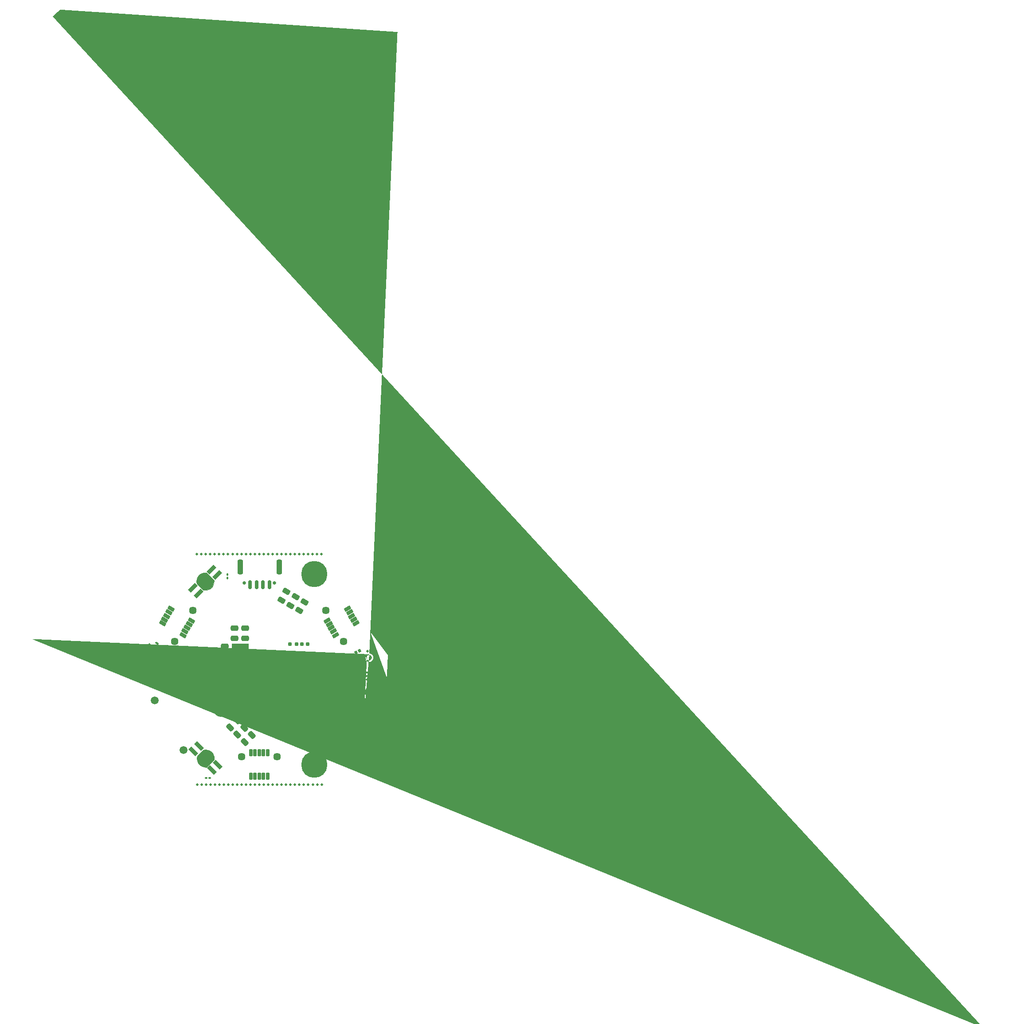
<source format=gbr>
%TF.GenerationSoftware,KiCad,Pcbnew,9.0.5*%
%TF.CreationDate,2025-10-20T13:37:52+02:00*%
%TF.ProjectId,PCB_PAPI,5043425f-5041-4504-992e-6b696361645f,rev?*%
%TF.SameCoordinates,Original*%
%TF.FileFunction,Soldermask,Bot*%
%TF.FilePolarity,Negative*%
%FSLAX46Y46*%
G04 Gerber Fmt 4.6, Leading zero omitted, Abs format (unit mm)*
G04 Created by KiCad (PCBNEW 9.0.5) date 2025-10-20 13:37:52*
%MOMM*%
%LPD*%
G01*
G04 APERTURE LIST*
G04 Aperture macros list*
%AMRoundRect*
0 Rectangle with rounded corners*
0 $1 Rounding radius*
0 $2 $3 $4 $5 $6 $7 $8 $9 X,Y pos of 4 corners*
0 Add a 4 corners polygon primitive as box body*
4,1,4,$2,$3,$4,$5,$6,$7,$8,$9,$2,$3,0*
0 Add four circle primitives for the rounded corners*
1,1,$1+$1,$2,$3*
1,1,$1+$1,$4,$5*
1,1,$1+$1,$6,$7*
1,1,$1+$1,$8,$9*
0 Add four rect primitives between the rounded corners*
20,1,$1+$1,$2,$3,$4,$5,0*
20,1,$1+$1,$4,$5,$6,$7,0*
20,1,$1+$1,$6,$7,$8,$9,0*
20,1,$1+$1,$8,$9,$2,$3,0*%
%AMRotRect*
0 Rectangle, with rotation*
0 The origin of the aperture is its center*
0 $1 length*
0 $2 width*
0 $3 Rotation angle, in degrees counterclockwise*
0 Add horizontal line*
21,1,$1,$2,0,0,$3*%
%AMFreePoly0*
4,1,64,0.031751,0.146088,0.079638,0.146088,0.235856,0.115014,0.383010,0.054061,0.515445,-0.034429,0.628071,-0.147055,0.716561,-0.279490,0.777514,-0.426644,0.808588,-0.582861,0.808588,-0.742139,0.777514,-0.898356,0.716561,-1.045510,0.628071,-1.177945,0.515445,-1.290571,0.383010,-1.379061,0.235856,-1.440014,0.079639,-1.471088,-0.079639,-1.471088,-0.235856,-1.440014,-0.383010,-1.379061,
-0.515445,-1.290571,-0.628071,-1.177945,-0.716561,-1.045510,-0.777514,-0.898356,-0.808588,-0.742139,-0.808588,-0.595028,-0.512500,-0.595028,-0.512500,-0.729972,-0.477574,-0.860317,-0.410102,-0.977181,-0.314683,-1.072602,-0.197818,-1.140074,-0.067472,-1.175000,0.067472,-1.175000,0.197817,-1.140075,0.314682,-1.072603,0.410102,-0.977182,0.477574,-0.860317,0.512500,-0.729972,0.512500,-0.595028,
0.477574,-0.464683,0.410102,-0.347818,0.314682,-0.252398,0.197817,-0.184926,0.067472,-0.150000,-0.067472,-0.150000,-0.197817,-0.184926,-0.314682,-0.252398,-0.410102,-0.347818,-0.477574,-0.464683,-0.512500,-0.595028,-0.808588,-0.595028,-0.808588,-0.582861,-0.777514,-0.426644,-0.716561,-0.279490,-0.628071,-0.147055,-0.515445,-0.034429,-0.383010,0.054061,-0.235856,0.115014,-0.079639,0.146087,
-0.031751,0.146088,-0.029264,0.147118,0.029264,0.147118,0.031751,0.146088,0.031751,0.146088,$1*%
G04 Aperture macros list end*
%ADD10C,0.100000*%
%ADD11C,0.650000*%
%ADD12C,0.500000*%
%ADD13C,0.800000*%
%ADD14C,5.000000*%
%ADD15RoundRect,0.160000X0.197500X0.160000X-0.197500X0.160000X-0.197500X-0.160000X0.197500X-0.160000X0*%
%ADD16RoundRect,0.140000X0.219203X0.021213X0.021213X0.219203X-0.219203X-0.021213X-0.021213X-0.219203X0*%
%ADD17RoundRect,0.250000X0.250000X0.475000X-0.250000X0.475000X-0.250000X-0.475000X0.250000X-0.475000X0*%
%ADD18C,1.450000*%
%ADD19RoundRect,0.102000X-0.351314X0.491506X-0.601314X0.058494X0.351314X-0.491506X0.601314X-0.058494X0*%
%ADD20RoundRect,0.100000X-0.162583X-0.021603X0.062583X-0.151603X0.162583X0.021603X-0.062583X0.151603X0*%
%ADD21RoundRect,0.250000X0.286362X-0.454006X0.536362X-0.020994X-0.286362X0.454006X-0.536362X0.020994X0*%
%ADD22RoundRect,0.102000X0.601314X0.058494X0.351314X0.491506X-0.601314X-0.058494X-0.351314X-0.491506X0*%
%ADD23RoundRect,0.250000X0.159099X-0.512652X0.512652X-0.159099X-0.159099X0.512652X-0.512652X0.159099X0*%
%ADD24RoundRect,0.140000X0.140000X0.170000X-0.140000X0.170000X-0.140000X-0.170000X0.140000X-0.170000X0*%
%ADD25RoundRect,0.100000X0.100000X-0.130000X0.100000X0.130000X-0.100000X0.130000X-0.100000X-0.130000X0*%
%ADD26RoundRect,0.100000X-0.100000X0.130000X-0.100000X-0.130000X0.100000X-0.130000X0.100000X0.130000X0*%
%ADD27RoundRect,0.150000X0.150000X0.700000X-0.150000X0.700000X-0.150000X-0.700000X0.150000X-0.700000X0*%
%ADD28RoundRect,0.250000X0.250000X1.150000X-0.250000X1.150000X-0.250000X-1.150000X0.250000X-1.150000X0*%
%ADD29RoundRect,0.100000X-0.100000X0.217500X-0.100000X-0.217500X0.100000X-0.217500X0.100000X0.217500X0*%
%ADD30RoundRect,0.250000X-0.475000X0.250000X-0.475000X-0.250000X0.475000X-0.250000X0.475000X0.250000X0*%
%ADD31RoundRect,0.100000X0.217500X0.100000X-0.217500X0.100000X-0.217500X-0.100000X0.217500X-0.100000X0*%
%ADD32R,0.600000X1.250000*%
%ADD33RoundRect,0.100000X-0.130000X-0.100000X0.130000X-0.100000X0.130000X0.100000X-0.130000X0.100000X0*%
%ADD34RoundRect,0.100000X0.138361X0.195353X-0.238361X-0.022147X-0.138361X-0.195353X0.238361X0.022147X0*%
%ADD35RoundRect,0.100000X0.244856X-0.025897X-0.144856X0.199103X-0.244856X0.025897X0.144856X-0.199103X0*%
%ADD36RoundRect,0.100000X0.130000X0.100000X-0.130000X0.100000X-0.130000X-0.100000X0.130000X-0.100000X0*%
%ADD37RoundRect,0.100000X-0.217500X-0.100000X0.217500X-0.100000X0.217500X0.100000X-0.217500X0.100000X0*%
%ADD38RoundRect,0.250000X0.475000X-0.250000X0.475000X0.250000X-0.475000X0.250000X-0.475000X-0.250000X0*%
%ADD39RotRect,0.820000X1.800000X315.000000*%
%ADD40RotRect,0.820000X1.800000X135.000000*%
%ADD41RoundRect,0.100000X0.195353X-0.138361X-0.022147X0.238361X-0.195353X0.138361X0.022147X-0.238361X0*%
%ADD42RoundRect,0.102000X-0.250000X-0.550000X0.250000X-0.550000X0.250000X0.550000X-0.250000X0.550000X0*%
%ADD43RotRect,0.600000X1.550000X240.000000*%
%ADD44RotRect,1.200000X1.800000X240.000000*%
%ADD45RoundRect,0.100000X0.100000X-0.217500X0.100000X0.217500X-0.100000X0.217500X-0.100000X-0.217500X0*%
%ADD46C,2.550000*%
%ADD47C,1.500000*%
%ADD48RoundRect,0.140000X-0.140000X-0.170000X0.140000X-0.170000X0.140000X0.170000X-0.140000X0.170000X0*%
%ADD49RoundRect,0.155000X-0.212500X-0.155000X0.212500X-0.155000X0.212500X0.155000X-0.212500X0.155000X0*%
%ADD50RoundRect,0.100000X-0.021603X0.162583X-0.151603X-0.062583X0.021603X-0.162583X0.151603X0.062583X0*%
%ADD51R,1.500000X0.550000*%
%ADD52RotRect,0.820000X1.800000X225.000000*%
%ADD53RotRect,0.820000X1.800000X45.000000*%
%ADD54R,3.200000X1.750000*%
%ADD55RotRect,0.600000X0.522000X300.000000*%
%ADD56FreePoly0,210.000000*%
%ADD57RoundRect,0.140000X-0.170000X0.140000X-0.170000X-0.140000X0.170000X-0.140000X0.170000X0.140000X0*%
G04 APERTURE END LIST*
D10*
X118984681Y-64571392D02*
X120328494Y-65892618D01*
X120351962Y-66086233D01*
X120331962Y-66436233D01*
X120241962Y-66806233D01*
X120121962Y-67036233D01*
X119761962Y-67466233D01*
X119431962Y-67676233D01*
X119051962Y-67816233D01*
X118661962Y-67876233D01*
X118310000Y-67837051D01*
X117098363Y-66636150D01*
X117021962Y-66186233D01*
X117051962Y-65866233D01*
X117151962Y-65436233D01*
X117581962Y-64916233D01*
X117901962Y-64726233D01*
X118371962Y-64566233D01*
X118751962Y-64546233D01*
X118984681Y-64571392D01*
G36*
X118984681Y-64571392D02*
G01*
X120328494Y-65892618D01*
X120351962Y-66086233D01*
X120331962Y-66436233D01*
X120241962Y-66806233D01*
X120121962Y-67036233D01*
X119761962Y-67466233D01*
X119431962Y-67676233D01*
X119051962Y-67816233D01*
X118661962Y-67876233D01*
X118310000Y-67837051D01*
X117098363Y-66636150D01*
X117021962Y-66186233D01*
X117051962Y-65866233D01*
X117151962Y-65436233D01*
X117581962Y-64916233D01*
X117901962Y-64726233D01*
X118371962Y-64566233D01*
X118751962Y-64546233D01*
X118984681Y-64571392D01*
G37*
X119096313Y-98376149D02*
X119526313Y-98476149D01*
X120046313Y-98906149D01*
X120236313Y-99226149D01*
X120396313Y-99696149D01*
X120416313Y-100076149D01*
X120394765Y-100275464D01*
X119036740Y-101656704D01*
X118876313Y-101676149D01*
X118526313Y-101656149D01*
X118156313Y-101566149D01*
X117926313Y-101446149D01*
X117496313Y-101086149D01*
X117286313Y-100756149D01*
X117146313Y-100376149D01*
X117086313Y-99986149D01*
X117136313Y-99606149D01*
X118246313Y-98436149D01*
X118776313Y-98346149D01*
X119096313Y-98376149D01*
G36*
X119096313Y-98376149D02*
G01*
X119526313Y-98476149D01*
X120046313Y-98906149D01*
X120236313Y-99226149D01*
X120396313Y-99696149D01*
X120416313Y-100076149D01*
X120394765Y-100275464D01*
X119036740Y-101656704D01*
X118876313Y-101676149D01*
X118526313Y-101656149D01*
X118156313Y-101566149D01*
X117926313Y-101446149D01*
X117496313Y-101086149D01*
X117286313Y-100756149D01*
X117146313Y-100376149D01*
X117086313Y-99986149D01*
X117136313Y-99606149D01*
X118246313Y-98436149D01*
X118776313Y-98346149D01*
X119096313Y-98376149D01*
G37*
D11*
%TO.C,J1*%
X131890000Y-66505000D03*
X126110000Y-66505000D03*
%TD*%
D12*
%TO.C,REF\u002A\u002A*%
X140075000Y-105025000D03*
X140925000Y-105025000D03*
%TD*%
%TO.C,REF\u002A\u002A*%
X138375000Y-105025000D03*
X139225000Y-105025000D03*
%TD*%
%TO.C,REF\u002A\u002A*%
X134125000Y-105025000D03*
X134975000Y-105025000D03*
X135825000Y-105025000D03*
X136675000Y-105025000D03*
X137525000Y-105025000D03*
%TD*%
%TO.C,REF\u002A\u002A*%
X129875000Y-105025000D03*
X130725000Y-105025000D03*
X131575000Y-105025000D03*
X132425000Y-105025000D03*
X133275000Y-105025000D03*
%TD*%
%TO.C,REF\u002A\u002A*%
X125625000Y-105025000D03*
X126475000Y-105025000D03*
X127325000Y-105025000D03*
X128175000Y-105025000D03*
X129025000Y-105025000D03*
%TD*%
%TO.C,REF\u002A\u002A*%
X121375000Y-105025000D03*
X122225000Y-105025000D03*
X123075000Y-105025000D03*
X123925000Y-105025000D03*
X124775000Y-105025000D03*
%TD*%
%TO.C,REF\u002A\u002A*%
X117125000Y-105025000D03*
X117975000Y-105025000D03*
X118825000Y-105025000D03*
X119675000Y-105025000D03*
X120525000Y-105025000D03*
%TD*%
%TO.C,REF\u002A\u002A*%
X140050000Y-61000000D03*
X140900000Y-61000000D03*
%TD*%
%TO.C,REF\u002A\u002A*%
X138350000Y-61000000D03*
X139200000Y-61000000D03*
%TD*%
%TO.C,REF\u002A\u002A*%
X134100000Y-61000000D03*
X134950000Y-61000000D03*
X135800000Y-61000000D03*
X136650000Y-61000000D03*
X137500000Y-61000000D03*
%TD*%
%TO.C,REF\u002A\u002A*%
X129850000Y-61000000D03*
X130700000Y-61000000D03*
X131550000Y-61000000D03*
X132400000Y-61000000D03*
X133250000Y-61000000D03*
%TD*%
%TO.C,REF\u002A\u002A*%
X125600000Y-61000000D03*
X126450000Y-61000000D03*
X127300000Y-61000000D03*
X128150000Y-61000000D03*
X129000000Y-61000000D03*
%TD*%
%TO.C,REF\u002A\u002A*%
X121350000Y-61000000D03*
X122200000Y-61000000D03*
X123050000Y-61000000D03*
X123900000Y-61000000D03*
X124750000Y-61000000D03*
%TD*%
%TO.C,REF\u002A\u002A*%
X117100000Y-61000000D03*
X117950000Y-61000000D03*
X118800000Y-61000000D03*
X119650000Y-61000000D03*
X120500000Y-61000000D03*
%TD*%
D13*
%TO.C,H1*%
X137625000Y-101186533D03*
X138174175Y-99860708D03*
X138174175Y-102512358D03*
X139500000Y-99311533D03*
D14*
X139500000Y-101186533D03*
D13*
X139500000Y-103061533D03*
X140825825Y-99860708D03*
X140825825Y-102512358D03*
X141375000Y-101186533D03*
%TD*%
%TO.C,H3*%
X137625000Y-64813467D03*
X138174175Y-63487642D03*
X138174175Y-66139292D03*
X139500000Y-62938467D03*
D14*
X139500000Y-64813467D03*
D13*
X139500000Y-66688467D03*
X140825825Y-63487642D03*
X140825825Y-66139292D03*
X141375000Y-64813467D03*
%TD*%
%TO.C,H2*%
X106125000Y-83000000D03*
X106674175Y-81674175D03*
X106674175Y-84325825D03*
X108000000Y-81125000D03*
D14*
X108000000Y-83000000D03*
D13*
X108000000Y-84875000D03*
X109325825Y-81674175D03*
X109325825Y-84325825D03*
X109875000Y-83000000D03*
%TD*%
D15*
%TO.C,R41*%
X136097500Y-78200000D03*
X134902500Y-78200000D03*
%TD*%
D16*
%TO.C,C7*%
X132039411Y-82739411D03*
X131360589Y-82060589D03*
%TD*%
D17*
%TO.C,C50*%
X113150000Y-85390000D03*
X111250000Y-85390000D03*
%TD*%
D18*
%TO.C,J9*%
X116280038Y-71730514D03*
X112880038Y-77619486D03*
D19*
X110532443Y-74185641D03*
X114429557Y-76435641D03*
X110932443Y-73492820D03*
X114829557Y-75742820D03*
X111332443Y-72800000D03*
X115229557Y-75050000D03*
X111732443Y-72107180D03*
X115629557Y-74357180D03*
X112132443Y-71414359D03*
X116029557Y-73664359D03*
%TD*%
D20*
%TO.C,R23*%
X109067872Y-79998660D03*
X109622128Y-80318660D03*
%TD*%
D21*
%TO.C,C54*%
X134975000Y-70772724D03*
X135925000Y-69127276D03*
%TD*%
D18*
%TO.C,J7*%
X145119962Y-77619486D03*
X141719962Y-71730514D03*
D22*
X145867557Y-71414359D03*
X141970443Y-73664359D03*
X146267557Y-72107180D03*
X142370443Y-74357180D03*
X146667557Y-72800000D03*
X142770443Y-75050000D03*
X147067557Y-73492820D03*
X143170443Y-75742820D03*
X147467557Y-74185641D03*
X143570443Y-76435641D03*
%TD*%
D23*
%TO.C,C49*%
X126228249Y-96871751D03*
X127571751Y-95528249D03*
%TD*%
D24*
%TO.C,C13*%
X134450000Y-88550000D03*
X133490000Y-88550000D03*
%TD*%
D25*
%TO.C,C17*%
X127553705Y-82987982D03*
X127553705Y-82347982D03*
%TD*%
D26*
%TO.C,R13*%
X127553705Y-80877982D03*
X127553705Y-81517982D03*
%TD*%
D27*
%TO.C,SWD1*%
X130978705Y-66797982D03*
X129728705Y-66797982D03*
X128478705Y-66797982D03*
X127228705Y-66797982D03*
D28*
X132828705Y-63447982D03*
X125378705Y-63447982D03*
%TD*%
D29*
%TO.C,R39*%
X142000000Y-86442500D03*
X142000000Y-87257500D03*
%TD*%
D30*
%TO.C,C20*%
X122453705Y-78550000D03*
X122453705Y-80450000D03*
%TD*%
D31*
%TO.C,R35*%
X150515000Y-84250000D03*
X149700000Y-84250000D03*
%TD*%
D32*
%TO.C,IC1*%
X126303705Y-85847982D03*
X125353705Y-85847982D03*
X124403705Y-85847982D03*
X124403705Y-83347982D03*
X125353705Y-83347982D03*
X126303705Y-83347982D03*
%TD*%
D33*
%TO.C,R11*%
X124513705Y-87147982D03*
X125153705Y-87147982D03*
%TD*%
D34*
%TO.C,C30*%
X151852905Y-81346250D03*
X151147095Y-81753750D03*
%TD*%
D35*
%TO.C,IC8*%
X111147724Y-78912083D03*
X110822724Y-79475000D03*
X110497724Y-80037917D03*
X108852276Y-79087917D03*
X109502276Y-77962083D03*
%TD*%
D24*
%TO.C,C14*%
X132980000Y-85300000D03*
X132020000Y-85300000D03*
%TD*%
D17*
%TO.C,C51*%
X113150000Y-83420000D03*
X111250000Y-83420000D03*
%TD*%
D36*
%TO.C,C4*%
X132820000Y-84450000D03*
X132180000Y-84450000D03*
%TD*%
D37*
%TO.C,C68*%
X139392500Y-86650000D03*
X140207500Y-86650000D03*
%TD*%
D38*
%TO.C,C18*%
X124300000Y-77050000D03*
X124300000Y-75150000D03*
%TD*%
D23*
%TO.C,C48*%
X124828249Y-95471751D03*
X126171751Y-94128249D03*
%TD*%
%TO.C,C46*%
X123428249Y-94071751D03*
X124771751Y-92728249D03*
%TD*%
D24*
%TO.C,C2*%
X136330000Y-88550000D03*
X135370000Y-88550000D03*
%TD*%
D39*
%TO.C,LED2*%
X120946633Y-64962563D03*
D40*
X119885973Y-63901903D03*
D39*
X116350439Y-67437437D03*
D40*
X117411099Y-68498097D03*
%TD*%
D31*
%TO.C,C61*%
X150515000Y-83550000D03*
X149700000Y-83550000D03*
%TD*%
D41*
%TO.C,R15*%
X147383750Y-82132905D03*
X146976250Y-81427095D03*
%TD*%
D36*
%TO.C,C6*%
X136020000Y-87600000D03*
X135380000Y-87600000D03*
%TD*%
D38*
%TO.C,C15*%
X122453705Y-83847982D03*
X122453705Y-81947982D03*
%TD*%
D26*
%TO.C,C58*%
X122900000Y-64910000D03*
X122900000Y-65550000D03*
%TD*%
D18*
%TO.C,J8*%
X125600000Y-99650000D03*
X132400000Y-99650000D03*
D42*
X130600000Y-103400000D03*
X130600000Y-98900000D03*
X129800000Y-103400000D03*
X129800000Y-98900000D03*
X129000000Y-103400000D03*
X129000000Y-98900000D03*
X128200000Y-103400000D03*
X128200000Y-98900000D03*
X127400000Y-103400000D03*
X127400000Y-98900000D03*
%TD*%
D17*
%TO.C,C52*%
X113150000Y-81430000D03*
X111250000Y-81430000D03*
%TD*%
D43*
%TO.C,J5*%
X146069400Y-86468360D03*
X145569400Y-87334386D03*
X145069400Y-88200411D03*
X144569400Y-89066436D03*
X144069400Y-89932462D03*
X143569400Y-90798487D03*
X143069400Y-91664513D03*
X142569400Y-92530538D03*
X142069400Y-93396564D03*
X141569400Y-94262589D03*
X141069400Y-95128614D03*
X140569400Y-95994640D03*
D44*
X150075248Y-87280027D03*
X143275248Y-99057973D03*
%TD*%
D25*
%TO.C,R27*%
X130773705Y-92707982D03*
X130773705Y-92067982D03*
%TD*%
D21*
%TO.C,C55*%
X133275000Y-69772724D03*
X134225000Y-68127276D03*
%TD*%
D37*
%TO.C,C71*%
X144042500Y-84800000D03*
X144857500Y-84800000D03*
%TD*%
D45*
%TO.C,R37*%
X142700000Y-87257500D03*
X142700000Y-86442500D03*
%TD*%
D36*
%TO.C,C11*%
X132820000Y-83750000D03*
X132180000Y-83750000D03*
%TD*%
D46*
%TO.C,J3*%
X119173647Y-86476918D03*
X121673647Y-90807046D03*
D47*
X114513393Y-98405122D03*
X109013393Y-88878842D03*
%TD*%
D16*
%TO.C,C10*%
X132739411Y-82039411D03*
X132060589Y-81360589D03*
%TD*%
D38*
%TO.C,C19*%
X126300000Y-77050000D03*
X126300000Y-75150000D03*
%TD*%
D21*
%TO.C,C53*%
X136675000Y-71745448D03*
X137625000Y-70100000D03*
%TD*%
D48*
%TO.C,C8*%
X133670000Y-83550000D03*
X134630000Y-83550000D03*
%TD*%
D36*
%TO.C,C12*%
X134490000Y-87600000D03*
X133850000Y-87600000D03*
%TD*%
D49*
%TO.C,C32*%
X137132500Y-78200000D03*
X138267500Y-78200000D03*
%TD*%
D31*
%TO.C,R36*%
X150497500Y-84950000D03*
X149682500Y-84950000D03*
%TD*%
D36*
%TO.C,C57*%
X119530000Y-103770000D03*
X118890000Y-103770000D03*
%TD*%
D25*
%TO.C,R26*%
X129943705Y-92707982D03*
X129943705Y-92067982D03*
%TD*%
D50*
%TO.C,C56*%
X108023660Y-78269212D03*
X107703660Y-78823468D03*
%TD*%
D36*
%TO.C,C3*%
X131180000Y-86810000D03*
X130540000Y-86810000D03*
%TD*%
D51*
%TO.C,SW1*%
X141300000Y-81125000D03*
X141300000Y-84375000D03*
%TD*%
D33*
%TO.C,R12*%
X126903705Y-87157982D03*
X127543705Y-87157982D03*
%TD*%
D52*
%TO.C,LED3*%
X119977437Y-102230315D03*
D53*
X121038097Y-101169655D03*
D52*
X117502563Y-97634121D03*
D53*
X116441903Y-98694781D03*
%TD*%
D54*
%TO.C,L1*%
X125353705Y-81147982D03*
X125353705Y-78947982D03*
%TD*%
D12*
%TO.C,MK2*%
X149709264Y-79553423D03*
D55*
X147463127Y-79811000D03*
X148175000Y-79400000D03*
D56*
X150040514Y-80127165D03*
D55*
X149075000Y-80958846D03*
X148363127Y-81369846D03*
X147913127Y-80590423D03*
%TD*%
D57*
%TO.C,C16*%
X123100000Y-86320000D03*
X123100000Y-87280000D03*
%TD*%
D26*
%TO.C,R14*%
X127543705Y-85697982D03*
X127543705Y-86337982D03*
%TD*%
M02*

</source>
